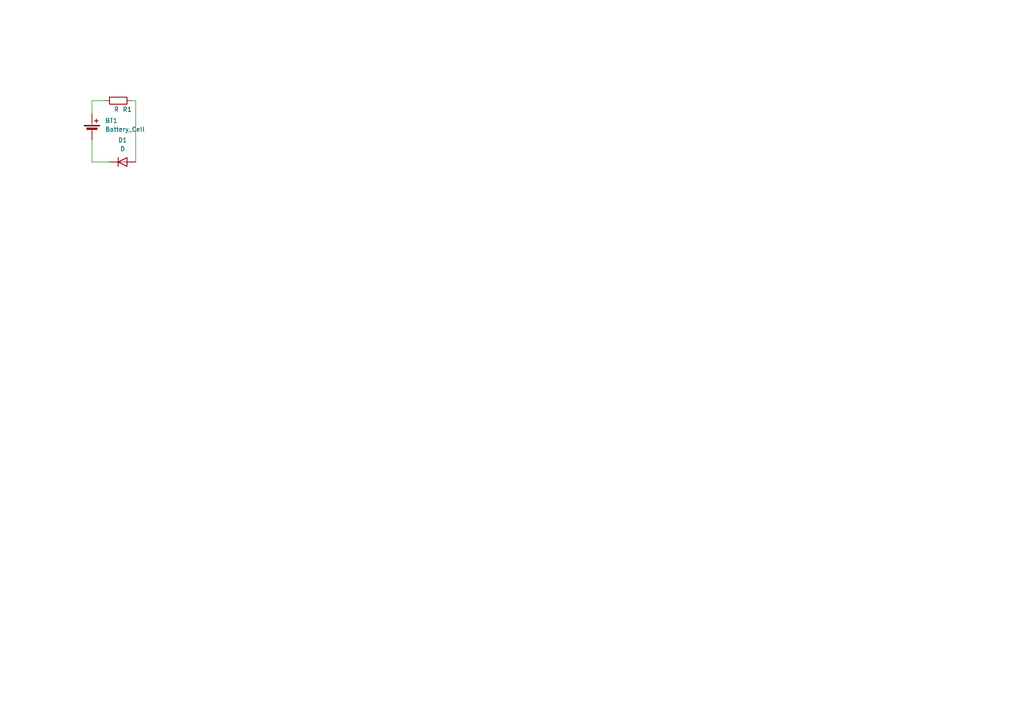
<source format=kicad_sch>
(kicad_sch (version 20231120) (generator "eeschema") (generator_version "8.0")
  (paper "A4")
  (title_block (title "Demo LED Board") (date "2024-10-07") (rev "0.0"))
  (lib_symbols
    (symbol "Device:Battery_Cell" (pin_numbers hide) (pin_names (offset 0) hide)
      (property "Reference" "BT" (at 2.54 2.54 0))
      (property "Value" "Battery_Cell" (at 2.54 0 0))
      (symbol "Battery_Cell_0_1"
        (rectangle (start -2.286 1.778) (end 2.286 1.524) (fill (type outline)))
        (rectangle (start -1.524 1.016) (end 1.524 0.508) (fill (type outline)))
        (polyline (pts (xy 0 0.762) (xy 0 0)))
        (polyline (pts (xy 0 1.778) (xy 0 2.54)))
        (polyline (pts (xy 0.762 3.048) (xy 1.778 3.048)) (stroke (width 0.254)))
        (polyline (pts (xy 1.27 3.556) (xy 1.27 2.54)) (stroke (width 0.254)))
      )
      (symbol "Battery_Cell_1_1"
        (pin passive line (at 0 5.08 270) (length 2.54) (name "+") (number "1"))
        (pin passive line (at 0 -2.54 90) (length 2.54) (name "-") (number "2"))
      )
    )
    (symbol "Device:D" (pin_numbers hide) (pin_names (offset 1.016) hide)
      (property "Reference" "D" (at 0 2.54 0))
      (property "Value" "D" (at 0 -2.54 0))
      (symbol "D_0_1"
        (polyline (pts (xy -1.27 1.27) (xy -1.27 -1.27)) (stroke (width 0.254)))
        (polyline (pts (xy 1.27 0) (xy -1.27 0)))
        (polyline (pts (xy 1.27 1.27) (xy 1.27 -1.27) (xy -1.27 0) (xy 1.27 1.27)) (stroke (width 0.254)))
      )
      (symbol "D_1_1"
        (pin passive line (at -3.81 0 0) (length 2.54) (name "K") (number "1"))
        (pin passive line (at 3.81 0 180) (length 2.54) (name "A") (number "2"))
      )
    )
    (symbol "Device:R" (pin_numbers hide) (pin_names (offset 0))
      (property "Reference" "R" (at 2.032 0 90))
      (property "Value" "R" (at 0 0 90))
      (symbol "R_0_1"
        (rectangle (start -1.016 -2.54) (end 1.016 2.54) (stroke (width 0.254)))
      )
      (symbol "R_1_1"
        (pin passive line (at 0 3.81 270) (length 1.27) (name "~") (number "1"))
        (pin passive line (at 0 -3.81 90) (length 1.27) (name "~") (number "2"))
      )
    )
  )
  (wire (pts (xy 26.67 46.99) (xy 26.67 40.64)))
  (wire (pts (xy 38.1 29.21) (xy 39.37 29.21)))
  (wire (pts (xy 31.75 46.99) (xy 26.67 46.99)))
  (wire (pts (xy 26.67 29.21) (xy 30.48 29.21)))
  (wire (pts (xy 26.67 33.02) (xy 26.67 29.21)))
  (wire (pts (xy 39.37 29.21) (xy 39.37 46.99)))
  (symbol (lib_id "Device:D") (at 35.56 46.99 0) (unit 1)
    (property "Reference" "D1" (at 35.56 40.64 0))
    (property "Value" "D" (at 35.56 43.18 0))
    (property "Footprint" "Diode_SMD:D_0805_2012Metric_Pad1.15x1.40mm_HandSolder" (effects (hide yes)))
    (property "Description" "Diode" (effects (hide yes)))
    (property "Sim.Device" "D" (effects (hide yes)))
    (property "Sim.Pins" "1=K 2=A" (effects (hide yes)))
  )
  (symbol (lib_id "Device:Battery_Cell") (at 26.67 38.1 0) (unit 1)
    (property "Reference" "BT1" (at 30.48 34.9884 0) (effects (justify left)))
    (property "Value" "Battery_Cell" (at 30.48 37.5284 0) (effects (justify left)))
    (property "Footprint" "Resistor_SMD:R_0805_2012Metric_Pad1.20x1.40mm_HandSolder" (effects (hide yes)))
    (property "Description" "Single-cell battery" (effects (hide yes)))
  )
  (symbol (lib_id "Device:R") (at 34.29 29.21 270) (unit 1)
    (property "Reference" "R1" (at 35.5601 31.75 90) (effects (justify left)))
    (property "Value" "R" (at 33.0201 31.75 90) (effects (justify left)))
    (property "Footprint" "Resistor_SMD:R_0805_2012Metric_Pad1.20x1.40mm_HandSolder" (effects (hide yes)))
    (property "Description" "Resistor" (effects (hide yes)))
  )
)
</source>
